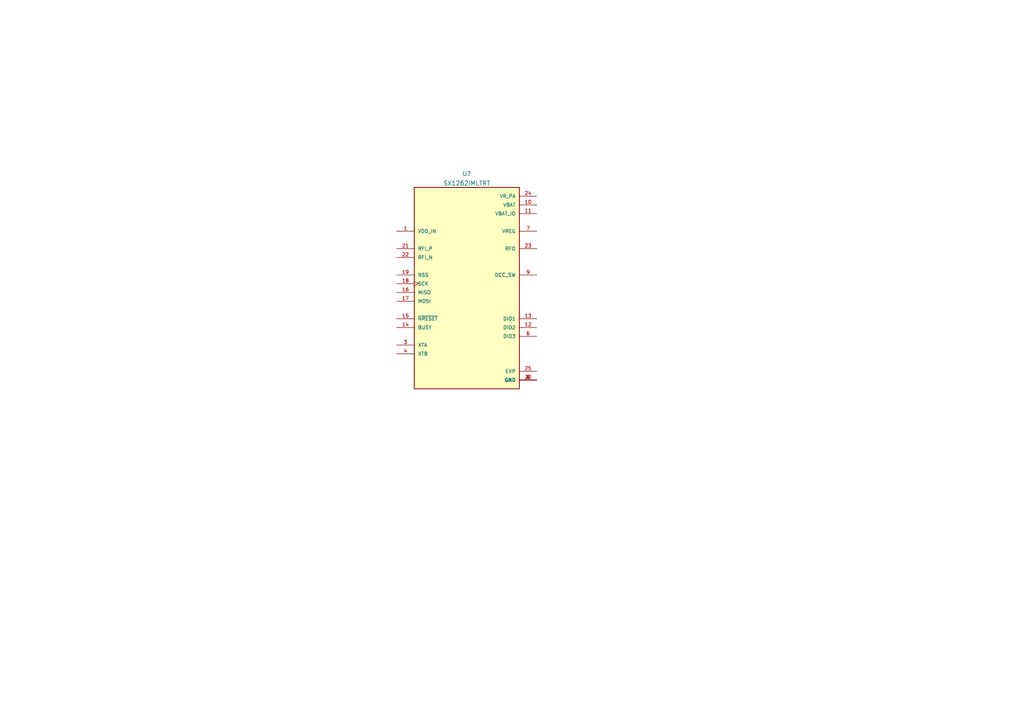
<source format=kicad_sch>
(kicad_sch (version 20211123) (generator eeschema)
  (paper "A4")
  (lib_symbols
    (symbol "SX1262IMLTRT:SX1262IMLTRT" (pin_names (offset 1.016))
      (property "Reference" "U" (at -15.24 28.702 0))
      (property "Value" "SX1262IMLTRT" (at -15.24 -33.02 0))
      (symbol "SX1262IMLTRT_0_0"
        (rectangle (start -15.24 -30.48) (end 15.24 27.94) (stroke (width 0.254)) (fill (type background)))
        (pin input line (at -20.32 15.24 0) (length 5.08) (name "VDD_IN") (number "1"))
        (pin power_in line (at 20.32 22.86 180) (length 5.08) (name "VBAT") (number "10"))
        (pin power_in line (at 20.32 20.32 180) (length 5.08) (name "VBAT_IO") (number "11"))
        (pin bidirectional line (at 20.32 -12.7 180) (length 5.08) (name "DIO2") (number "12"))
        (pin bidirectional line (at 20.32 -10.16 180) (length 5.08) (name "DIO1") (number "13"))
        (pin bidirectional line (at -20.32 -12.7 0) (length 5.08) (name "BUSY") (number "14"))
        (pin bidirectional line (at -20.32 -10.16 0) (length 5.08) (name "~{NRESET}") (number "15"))
        (pin output line (at -20.32 -2.54 0) (length 5.08) (name "MISO") (number "16"))
        (pin input line (at -20.32 -5.08 0) (length 5.08) (name "MOSI") (number "17"))
        (pin input clock (at -20.32 0 0) (length 5.08) (name "SCK") (number "18"))
        (pin input line (at -20.32 2.54 0) (length 5.08) (name "NSS") (number "19"))
        (pin power_in line (at 20.32 -27.94 180) (length 5.08) (name "GND") (number "2"))
        (pin power_in line (at 20.32 -27.94 180) (length 5.08) (name "GND") (number "20"))
        (pin input line (at -20.32 10.16 0) (length 5.08) (name "RFI_P") (number "21"))
        (pin input line (at -20.32 7.62 0) (length 5.08) (name "RFI_N") (number "22"))
        (pin output line (at 20.32 10.16 180) (length 5.08) (name "RFO") (number "23"))
        (pin power_in line (at 20.32 25.4 180) (length 5.08) (name "VR_PA") (number "24"))
        (pin power_in line (at 20.32 -25.4 180) (length 5.08) (name "EXP") (number "25"))
        (pin bidirectional line (at -20.32 -17.78 0) (length 5.08) (name "XTA") (number "3"))
        (pin bidirectional line (at -20.32 -20.32 0) (length 5.08) (name "XTB") (number "4"))
        (pin power_in line (at 20.32 -27.94 180) (length 5.08) (name "GND") (number "5"))
        (pin bidirectional line (at 20.32 -15.24 180) (length 5.08) (name "DIO3") (number "6"))
        (pin output line (at 20.32 15.24 180) (length 5.08) (name "VREG") (number "7"))
        (pin power_in line (at 20.32 -27.94 180) (length 5.08) (name "GND") (number "8"))
        (pin output line (at 20.32 2.54 180) (length 5.08) (name "DCC_SW") (number "9"))
      )
    )
  )
  (symbol (lib_id "SX1262IMLTRT:SX1262IMLTRT") (at 135.382 82.296 0) (unit 1)
    (property "Reference" "U?" (at 135.382 50.3895 0))
    (property "Value" "SX1262IMLTRT" (at 135.382 53.1646 0))
    (property "Footprint" "SX1262:QFN50P400X400X100-25N" (effects hide))
    (property "STANDARD" "IPC-7351B" (effects hide))
    (property "PARTREV" "1.1" (effects hide))
    (property "MANUFACTURER" "Semtech" (effects hide))
  )
)
</source>
